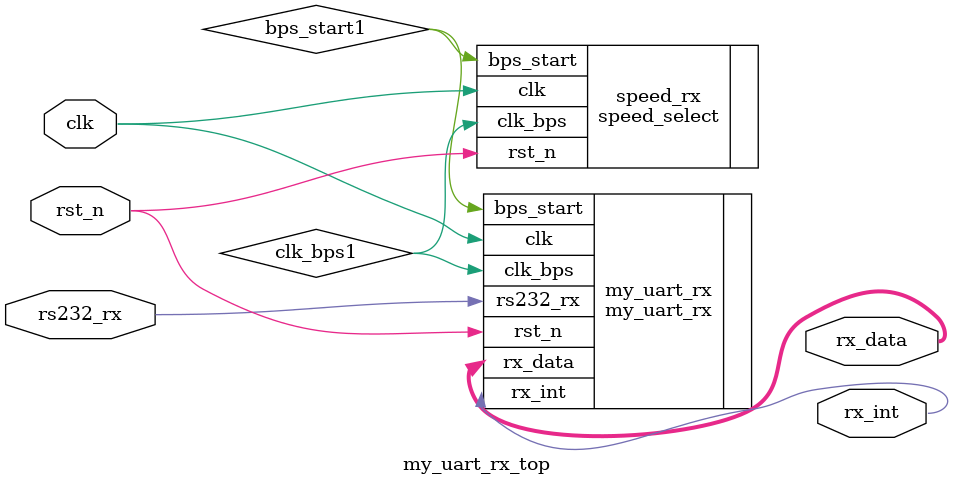
<source format=v>
module my_uart_rx_top(
				clk,rst_n,rx_data,
				rs232_rx,rx_int
				);

input clk;			// 50MHz��ʱ��
input rst_n;		//�͵�ƽ��λ�ź�

input rs232_rx;		// RS232���������ź�
output [7:0] rx_data;	//�������ݼĴ������ֱ����һ���������
output rx_int;

wire bps_start1;	//���յ����ݺ󣬲�����ʱ�������ź���λ
wire clk_bps1;		// clk_bps_r�ߵ�ƽΪ��������λ���м�������,ͬʱҲ��Ϊ�������ݵ����ݸı��� 

//----------------------------------------------------
//�������ĸ�ģ���У�speed_rx��speed_tx�������ȫ�����Ӳ��ģ�飬�ɳ�֮Ϊ�߼�����
//��������Դ�����������е�ͬһ���ӳ������ò��ܻ�Ϊһ̸��
////////////////////////////////////////////
speed_select		speed_rx(	
							.clk(clk),	//������ѡ��ģ��
							.rst_n(rst_n),
							.bps_start(bps_start1),
							.clk_bps(clk_bps1)
						);

my_uart_rx			my_uart_rx(		
							.clk(clk),	//��������ģ��
							.rst_n(rst_n),
							.rs232_rx(rs232_rx),
							.rx_data(rx_data),
							.rx_int(rx_int),
							.clk_bps(clk_bps1),
							.bps_start(bps_start1)
						);
						
endmodule						
						
</source>
